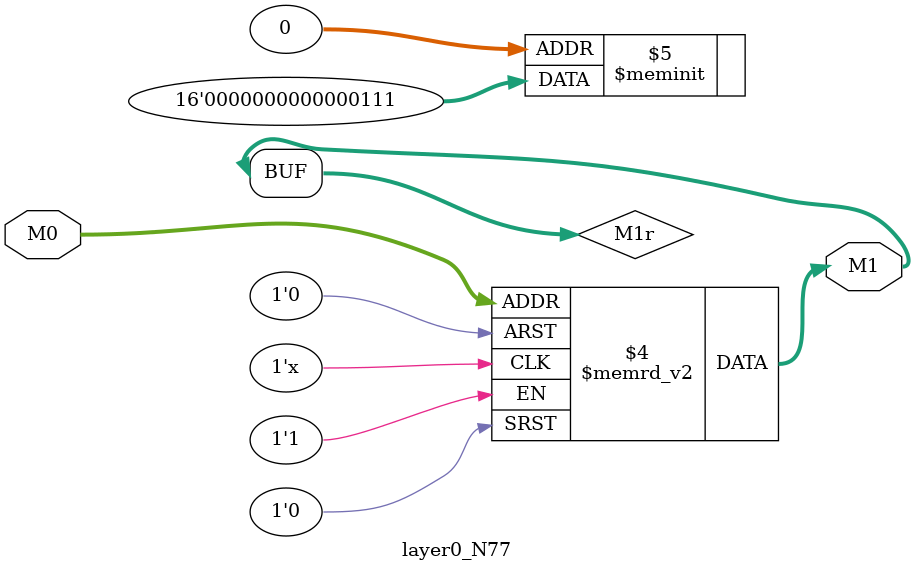
<source format=v>
module layer0_N77 ( input [2:0] M0, output [1:0] M1 );

	(*rom_style = "distributed" *) reg [1:0] M1r;
	assign M1 = M1r;
	always @ (M0) begin
		case (M0)
			3'b000: M1r = 2'b11;
			3'b100: M1r = 2'b00;
			3'b010: M1r = 2'b00;
			3'b110: M1r = 2'b00;
			3'b001: M1r = 2'b01;
			3'b101: M1r = 2'b00;
			3'b011: M1r = 2'b00;
			3'b111: M1r = 2'b00;

		endcase
	end
endmodule

</source>
